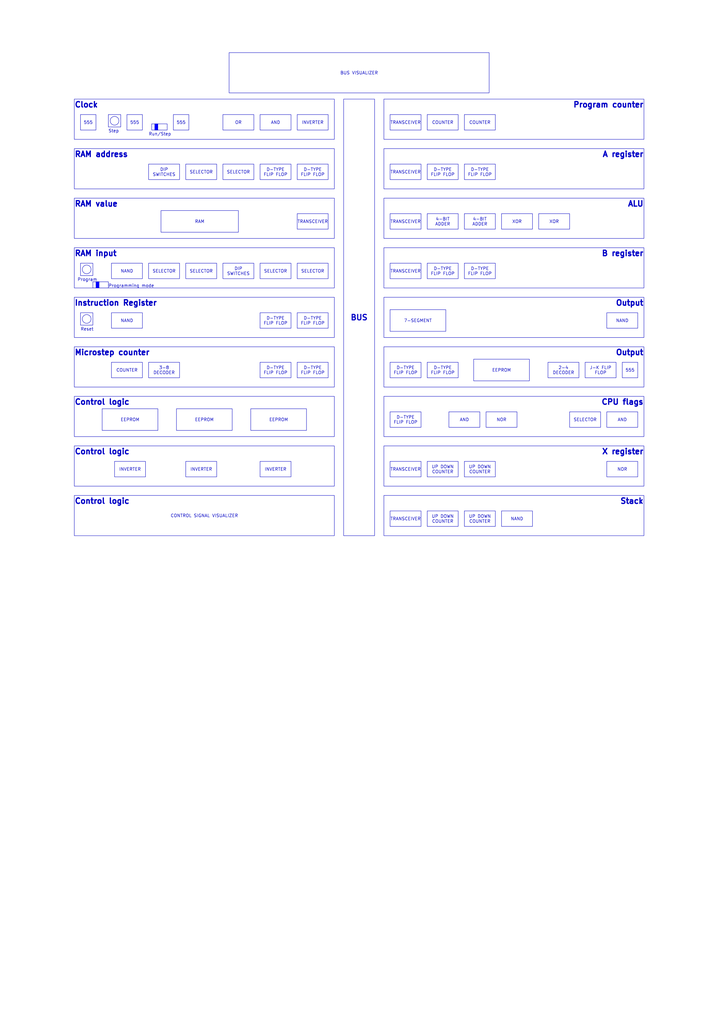
<source format=kicad_sch>
(kicad_sch (version 20230121) (generator eeschema)
  (paper "A3" portrait)
  (title_block (title "8-bit CPU") (date "2023-11-28") (rev "1.0") (company "TBR Designs"))
  (lib_symbols)
  (rectangle (start 157.48 121.92) (end 264.16 138.43))
  (rectangle (start 33.02 128.27) (end 38.1 133.35))
  (rectangle (start 30.48 162.56) (end 137.16 179.07))
  (rectangle (start 157.48 40.64) (end 264.16 57.15))
  (rectangle (start 62.23 50.8) (end 68.58 53.34))
  (rectangle (start 30.48 121.92) (end 137.16 138.43))
  (rectangle (start 30.48 60.96) (end 137.16 77.47))
  (rectangle (start 38.1 115.57) (end 44.45 118.11))
  (rectangle (start 157.48 182.88) (end 264.16 199.39))
  (rectangle (start 30.48 182.88) (end 137.16 199.39))
  (rectangle (start 39.37 115.57) (end 40.64 118.11) (fill (type color) (color 0 0 255 1)))
  (circle (center 35.56 130.81) (radius 1.7961))
  (rectangle (start 157.48 203.2) (end 264.16 219.71))
  (rectangle (start 157.48 101.6) (end 264.16 118.11))
  (rectangle (start 33.02 107.95) (end 38.1 113.03))
  (rectangle (start 157.48 81.28) (end 264.16 97.79))
  (rectangle (start 157.48 162.56) (end 264.16 179.07))
  (rectangle (start 30.48 101.6) (end 137.16 118.11))
  (circle (center 35.56 110.49) (radius 1.7961))
  (rectangle (start 157.48 60.96) (end 264.16 77.47))
  (rectangle (start 30.48 81.28) (end 137.16 97.79))
  (rectangle (start 63.5 50.8) (end 64.77 53.34) (fill (type color) (color 0 0 255 1)))
  (rectangle (start 30.48 142.24) (end 137.16 158.75))
  (circle (center 46.99 49.53) (radius 1.7961))
  (rectangle (start 30.48 40.64) (end 137.16 57.15))
  (rectangle (start 44.45 46.99) (end 49.53 52.07))
  (rectangle (start 157.48 142.24) (end 264.16 158.75))
  (text_box "EEPROM" (at 102.87 167.64 0) (size 22.86 8.89) (effects (font (size 1.27 1.27))))
  (text_box "TRANSCEIVER" (at 121.92 87.63 0) (size 12.7 6.35) (effects (font (size 1.27 1.27))))
  (text_box "AND" (at 248.92 168.91 0) (size 12.7 6.35) (effects (font (size 1.27 1.27))))
  (text_box "D-TYPE FLIP FLOP" (at 175.26 148.59 0) (size 12.7 6.35) (effects (font (size 1.27 1.27))))
  (text_box "D-TYPE FLIP FLOP" (at 121.92 148.59 0) (size 12.7 6.35) (effects (font (size 1.27 1.27))))
  (text_box "UP DOWN COUNTER" (at 190.5 209.55 0) (size 12.7 6.35) (effects (font (size 1.27 1.27))))
  (text_box "SELECTOR" (at 76.2 67.31 0) (size 12.7 6.35) (effects (font (size 1.27 1.27))))
  (text_box "TRANSCEIVER" (at 160.02 67.31 0) (size 12.7 6.35) (effects (font (size 1.27 1.27))))
  (text_box "OR" (at 91.44 46.99 0) (size 12.7 6.35) (effects (font (size 1.27 1.27))))
  (text_box "INVERTER" (at 76.2 189.23 0) (size 12.7 6.35) (effects (font (size 1.27 1.27))))
  (text_box "INVERTER" (at 121.92 46.99 0) (size 12.7 6.35) (effects (font (size 1.27 1.27))))
  (text_box "SELECTOR" (at 121.92 107.95 0) (size 12.7 6.35) (effects (font (size 1.27 1.27))))
  (text_box "NOR" (at 199.39 168.91 0) (size 12.7 6.35) (effects (font (size 1.27 1.27))))
  (text_box "AND" (at 106.68 46.99 0) (size 12.7 6.35) (effects (font (size 1.27 1.27))))
  (text_box "7-SEGMENT" (at 160.02 127 0) (size 22.86 8.89) (effects (font (size 1.27 1.27))))
  (text_box "INVERTER" (at 46.99 189.23 0) (size 12.7 6.35) (effects (font (size 1.27 1.27))))
  (text_box "D-TYPE FLIP FLOP" (at 190.5 67.31 0) (size 12.7 6.35) (effects (font (size 1.27 1.27))))
  (text_box "NAND" (at 248.92 128.27 0) (size 12.7 6.35) (effects (font (size 1.27 1.27))))
  (text_box "SELECTOR" (at 60.96 107.95 0) (size 12.7 6.35) (effects (font (size 1.27 1.27))))
  (text_box "4-BIT ADDER" (at 175.26 87.63 0) (size 12.7 6.35) (effects (font (size 1.27 1.27))))
  (text_box "555" (at 33.02 46.99 0) (size 6.35 6.35) (effects (font (size 1.27 1.27))))
  (text_box "XOR" (at 220.98 87.63 0) (size 12.7 6.35) (effects (font (size 1.27 1.27))))
  (text_box "TRANSCEIVER" (at 160.02 107.95 0) (size 12.7 6.35) (effects (font (size 1.27 1.27))))
  (text_box "EEPROM" (at 72.39 167.64 0) (size 22.86 8.89) (effects (font (size 1.27 1.27))))
  (text_box "UP DOWN COUNTER" (at 175.26 209.55 0) (size 12.7 6.35) (effects (font (size 1.27 1.27))))
  (text_box "NAND" (at 45.72 128.27 0) (size 12.7 6.35) (effects (font (size 1.27 1.27))))
  (text_box "D-TYPE FLIP FLOP" (at 175.26 107.95 0) (size 12.7 6.35) (effects (font (size 1.27 1.27))))
  (text_box "3-8 DECODER" (at 60.96 148.59 0) (size 12.7 6.35) (effects (font (size 1.27 1.27))))
  (text_box "COUNTER" (at 175.26 46.99 0) (size 12.7 6.35) (effects (font (size 1.27 1.27))))
  (text_box "D-TYPE FLIP FLOP" (at 160.02 168.91 0) (size 12.7 6.35) (effects (font (size 1.27 1.27))))
  (text_box "D-TYPE FLIP FLOP" (at 106.68 67.31 0) (size 12.7 6.35) (effects (font (size 1.27 1.27))))
  (text_box "D-TYPE FLIP FLOP" (at 106.68 148.59 0) (size 12.7 6.35) (effects (font (size 1.27 1.27))))
  (text_box "COUNTER" (at 45.72 148.59 0) (size 12.7 6.35) (effects (font (size 1.27 1.27))))
  (text_box "NAND" (at 45.72 107.95 0) (size 12.7 6.35) (effects (font (size 1.27 1.27))))
  (text_box "TRANSCEIVER" (at 160.02 209.55 0) (size 12.7 6.35) (effects (font (size 1.27 1.27))))
  (text_box "D-TYPE FLIP FLOP" (at 190.5 107.95 0) (size 12.7 6.35) (effects (font (size 1.27 1.27))))
  (text_box "D-TYPE FLIP FLOP" (at 106.68 128.27 0) (size 12.7 6.35) (effects (font (size 1.27 1.27))))
  (text_box "RAM" (at 66.04 86.36 0) (size 31.75 8.89) (effects (font (size 1.27 1.27))))
  (text_box "BUS VISUALIZER" (at 93.98 21.59 0) (size 106.68 16.51) (effects (font (size 1.27 1.27))))
  (text_box "D-TYPE FLIP FLOP" (at 175.26 67.31 0) (size 12.7 6.35) (effects (font (size 1.27 1.27))))
  (text_box "DIP SWITCHES" (at 91.44 107.95 0) (size 12.7 6.35) (effects (font (size 1.27 1.27))))
  (text_box "INVERTER" (at 106.68 189.23 0) (size 12.7 6.35) (effects (font (size 1.27 1.27))))
  (text_box "CONTROL SIGNAL VISUALIZER" (at 30.48 203.2 0) (size 106.68 16.51) (effects (font (size 1.27 1.27))))
  (text_box "BUS" (at 140.97 40.64 0) (size 12.7 179.07) (effects (font (size 2.25 2.25) (thickness 0.45) bold)))
  (text_box "SELECTOR" (at 106.68 107.95 0) (size 12.7 6.35) (effects (font (size 1.27 1.27))))
  (text_box "D-TYPE FLIP FLOP" (at 121.92 67.31 0) (size 12.7 6.35) (effects (font (size 1.27 1.27))))
  (text_box "555" (at 52.07 46.99 0) (size 6.35 6.35) (effects (font (size 1.27 1.27))))
  (text_box "XOR" (at 205.74 87.63 0) (size 12.7 6.35) (effects (font (size 1.27 1.27))))
  (text_box "DIP SWITCHES" (at 60.96 67.31 0) (size 12.7 6.35) (effects (font (size 1.27 1.27))))
  (text_box "SELECTOR" (at 233.68 168.91 0) (size 12.7 6.35) (effects (font (size 1.27 1.27))))
  (text_box "AND" (at 184.15 168.91 0) (size 12.7 6.35) (effects (font (size 1.27 1.27))))
  (text_box "4-BIT ADDER" (at 190.5 87.63 0) (size 12.7 6.35) (effects (font (size 1.27 1.27))))
  (text_box "TRANSCEIVER" (at 160.02 46.99 0) (size 12.7 6.35) (effects (font (size 1.27 1.27))))
  (text_box "SELECTOR" (at 76.2 107.95 0) (size 12.7 6.35) (effects (font (size 1.27 1.27))))
  (text_box "UP DOWN COUNTER" (at 190.5 189.23 0) (size 12.7 6.35) (effects (font (size 1.27 1.27))))
  (text_box "TRANSCEIVER" (at 160.02 87.63 0) (size 12.7 6.35) (effects (font (size 1.27 1.27))))
  (text_box "TRANSCEIVER" (at 160.02 189.23 0) (size 12.7 6.35) (effects (font (size 1.27 1.27))))
  (text_box "D-TYPE FLIP FLOP" (at 160.02 148.59 0) (size 12.7 6.35) (effects (font (size 1.27 1.27))))
  (text_box "COUNTER" (at 190.5 46.99 0) (size 12.7 6.35) (effects (font (size 1.27 1.27))))
  (text_box "D-TYPE FLIP FLOP" (at 121.92 128.27 0) (size 12.7 6.35) (effects (font (size 1.27 1.27))))
  (text_box "555" (at 71.12 46.99 0) (size 6.35 6.35) (effects (font (size 1.27 1.27))))
  (text_box "2-4 DECODER" (at 224.79 148.59 0) (size 12.7 6.35) (effects (font (size 1.27 1.27))))
  (text_box "SELECTOR" (at 91.44 67.31 0) (size 12.7 6.35) (effects (font (size 1.27 1.27))))
  (text_box "555" (at 255.27 148.59 0) (size 6.35 6.35) (effects (font (size 1.27 1.27))))
  (text_box "NOR" (at 248.92 189.23 0) (size 12.7 6.35) (effects (font (size 1.27 1.27))))
  (text_box "NAND" (at 205.74 209.55 0) (size 12.7 6.35) (effects (font (size 1.27 1.27))))
  (text_box "EEPROM" (at 41.91 167.64 0) (size 22.86 8.89) (effects (font (size 1.27 1.27))))
  (text_box "J-K FLIP FLOP" (at 240.03 148.59 0) (size 12.7 6.35) (effects (font (size 1.27 1.27))))
  (text_box "EEPROM" (at 194.31 147.32 0) (size 22.86 8.89) (effects (font (size 1.27 1.27))))
  (text_box "UP DOWN COUNTER" (at 175.26 189.23 0) (size 12.7 6.35) (effects (font (size 1.27 1.27))))
  (text "Programming mode" (at 44.45 118.11 0) (effects (font (size 1.27 1.27)) (justify left bottom)))
  (text "Program counter" (at 264.16 44.45 0) (effects (font (size 2.25 2.25) (thickness 0.5) bold) (justify right bottom)))
  (text "X register" (at 264.16 186.69 0) (effects (font (size 2.25 2.25) (thickness 0.5) bold) (justify right bottom)))
  (text "Instruction Register" (at 30.48 125.73 0) (effects (font (size 2.25 2.25) (thickness 0.5) bold) (justify left bottom)))
  (text "RAM address" (at 30.48 64.77 0) (effects (font (size 2.25 2.25) (thickness 0.5) bold) (justify left bottom)))
  (text "Output" (at 264.16 146.05 0) (effects (font (size 2.25 2.25) (thickness 0.5) bold) (justify right bottom)))
  (text "RAM value" (at 30.48 85.09 0) (effects (font (size 2.25 2.25) (thickness 0.5) bold) (justify left bottom)))
  (text "Microstep counter" (at 30.48 146.05 0) (effects (font (size 2.25 2.25) (thickness 0.5) bold) (justify left bottom)))
  (text "Program" (at 31.75 115.57 0) (effects (font (size 1.27 1.27)) (justify left bottom)))
  (text "A register" (at 264.16 64.77 0) (effects (font (size 2.25 2.25) (thickness 0.5) bold) (justify right bottom)))
  (text "Clock" (at 30.48 44.45 0) (effects (font (size 2.25 2.25) (thickness 0.5) bold) (justify left bottom)))
  (text "Run/Step" (at 60.96 55.88 0) (effects (font (size 1.27 1.27)) (justify left bottom)))
  (text "Step" (at 44.45 54.61 0) (effects (font (size 1.27 1.27)) (justify left bottom)))
  (text "CPU flags" (at 264.16 166.37 0) (effects (font (size 2.25 2.25) (thickness 0.5) bold) (justify right bottom)))
  (text "Control logic" (at 30.48 166.37 0) (effects (font (size 2.25 2.25) (thickness 0.5) bold) (justify left bottom)))
  (text "Stack" (at 264.16 207.01 0) (effects (font (size 2.25 2.25) (thickness 0.5) bold) (justify right bottom)))
  (text "Control logic" (at 30.48 186.69 0) (effects (font (size 2.25 2.25) (thickness 0.5) bold) (justify left bottom)))
  (text "RAM input" (at 30.48 105.41 0) (effects (font (size 2.25 2.25) (thickness 0.5) bold) (justify left bottom)))
  (text "B register" (at 264.16 105.41 0) (effects (font (size 2.25 2.25) (thickness 0.5) bold) (justify right bottom)))
  (text "Output" (at 264.16 125.73 0) (effects (font (size 2.25 2.25) (thickness 0.5) bold) (justify right bottom)))
  (text "Reset" (at 33.02 135.89 0) (effects (font (size 1.27 1.27)) (justify left bottom)))
  (text "ALU" (at 264.16 85.09 0) (effects (font (size 2.25 2.25) (thickness 0.5) bold) (justify right bottom)))
  (text "Control logic" (at 30.48 207.01 0) (effects (font (size 2.25 2.25) (thickness 0.5) bold) (justify left bottom)))
)
</source>
